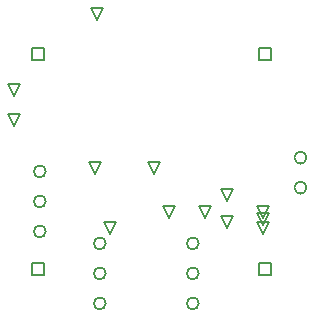
<source format=gbr>
%TF.GenerationSoftware,Altium Limited,Altium Designer,21.2.1 (34)*%
G04 Layer_Color=2752767*
%FSLAX26Y26*%
%MOIN*%
%TF.SameCoordinates,9B619AE5-86D3-421A-82E6-E0B3A417AA1F*%
%TF.FilePolarity,Positive*%
%TF.FileFunction,Drawing*%
%TF.Part,Single*%
G01*
G75*
%TA.AperFunction,NonConductor*%
%ADD54C,0.005000*%
%ADD55C,0.006667*%
D54*
X3990000Y1888464D02*
Y1928464D01*
X4030000D01*
Y1888464D01*
X3990000D01*
Y2605000D02*
Y2645000D01*
X4030000D01*
Y2605000D01*
X3990000D01*
X3235275D02*
Y2645000D01*
X3275275D01*
Y2605000D01*
X3235275D01*
Y1888464D02*
Y1928464D01*
X3275275D01*
Y1888464D01*
X3235275D01*
X3494862Y2025000D02*
X3474862Y2065000D01*
X3514862D01*
X3494862Y2025000D01*
X4005000Y2080000D02*
X3985000Y2120000D01*
X4025000D01*
X4005000Y2080000D01*
X3810000D02*
X3790000Y2120000D01*
X3830000D01*
X3810000Y2080000D01*
X4005000Y2055000D02*
X3985000Y2095000D01*
X4025000D01*
X4005000Y2055000D01*
X3885000Y2045000D02*
X3865000Y2085000D01*
X3905000D01*
X3885000Y2045000D01*
X4005000Y2025000D02*
X3985000Y2065000D01*
X4025000D01*
X4005000Y2025000D01*
X3444685Y2225000D02*
X3424685Y2265000D01*
X3464685D01*
X3444685Y2225000D01*
X3690000Y2080000D02*
X3670000Y2120000D01*
X3710000D01*
X3690000Y2080000D01*
X3640315Y2225000D02*
X3620315Y2265000D01*
X3660315D01*
X3640315Y2225000D01*
X3175000Y2485000D02*
X3155000Y2525000D01*
X3195000D01*
X3175000Y2485000D01*
Y2385000D02*
X3155000Y2425000D01*
X3195000D01*
X3175000Y2385000D01*
X3885000Y2135000D02*
X3865000Y2175000D01*
X3905000D01*
X3885000Y2135000D01*
X3450000Y2740000D02*
X3430000Y2780000D01*
X3470000D01*
X3450000Y2740000D01*
D55*
X4149000Y2181000D02*
G03*
X4149000Y2181000I-20000J0D01*
G01*
Y2281000D02*
G03*
X4149000Y2281000I-20000J0D01*
G01*
X3480000Y1795000D02*
G03*
X3480000Y1795000I-20000J0D01*
G01*
Y1895000D02*
G03*
X3480000Y1895000I-20000J0D01*
G01*
Y1995000D02*
G03*
X3480000Y1995000I-20000J0D01*
G01*
X3790000Y1795000D02*
G03*
X3790000Y1795000I-20000J0D01*
G01*
Y1895000D02*
G03*
X3790000Y1895000I-20000J0D01*
G01*
Y1995000D02*
G03*
X3790000Y1995000I-20000J0D01*
G01*
X3280000Y2035000D02*
G03*
X3280000Y2035000I-20000J0D01*
G01*
Y2135000D02*
G03*
X3280000Y2135000I-20000J0D01*
G01*
Y2235000D02*
G03*
X3280000Y2235000I-20000J0D01*
G01*
%TF.MD5,2d3e6a01d8e85171fbdf1f9b4e19bcd4*%
M02*

</source>
